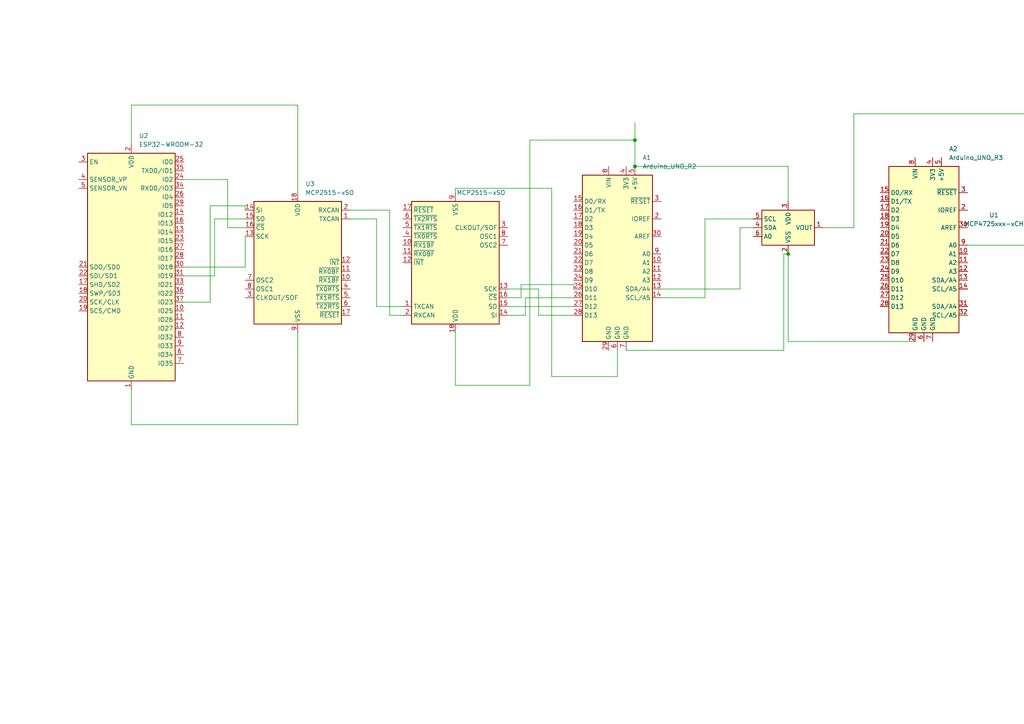
<source format=kicad_sch>
(kicad_sch (version 20230121) (generator eeschema)
  (paper "A4")
  (lib_symbols
    (symbol "Analog_DAC:MCP4725xxx-xCH"
      (property "Reference" "U" (at -6.35 6.35 0))
      (property "Value" "MCP4725xxx-xCH" (at 8.89 6.35 0))
      (symbol "MCP4725xxx-xCH_0_1"
        (rectangle (start -7.62 5.08) (end 7.62 -5.08) (stroke (width 0.254)) (fill (type background)))
      )
      (symbol "MCP4725xxx-xCH_1_1"
        (pin output line (at 10.16 0 180) (length 2.54) (name "VOUT") (number "1"))
        (pin power_in line (at 0 -7.62 90) (length 2.54) (name "VSS") (number "2"))
        (pin power_in line (at 0 7.62 270) (length 2.54) (name "VDD") (number "3"))
        (pin bidirectional line (at -10.16 0 0) (length 2.54) (name "SDA") (number "4"))
        (pin input line (at -10.16 2.54 0) (length 2.54) (name "SCL") (number "5"))
        (pin input line (at -10.16 -2.54 0) (length 2.54) (name "A0") (number "6"))
      )
    )
    (symbol "Interface_CAN_LIN:MCP2515-xSO"
      (property "Reference" "U" (at -10.16 19.685 0))
      (property "Value" "MCP2515-xSO" (at 19.05 20.32 0))
      (symbol "MCP2515-xSO_0_1"
        (rectangle (start -12.7 17.78) (end 12.7 -17.78) (stroke (width 0.254)) (fill (type background)))
      )
      (symbol "MCP2515-xSO_1_1"
        (pin output line (at 15.24 12.7 180) (length 2.54) (name "TXCAN") (number "1"))
        (pin output line (at 15.24 -5.08 180) (length 2.54) (name "~{RX1BF}") (number "10"))
        (pin output line (at 15.24 -2.54 180) (length 2.54) (name "~{RX0BF}") (number "11"))
        (pin output line (at 15.24 0 180) (length 2.54) (name "~{INT}") (number "12"))
        (pin input line (at -15.24 7.62 0) (length 2.54) (name "SCK") (number "13"))
        (pin input line (at -15.24 15.24 0) (length 2.54) (name "SI") (number "14"))
        (pin output line (at -15.24 12.7 0) (length 2.54) (name "SO") (number "15"))
        (pin input line (at -15.24 10.16 0) (length 2.54) (name "~{CS}") (number "16"))
        (pin input line (at 15.24 -15.24 180) (length 2.54) (name "~{RESET}") (number "17"))
        (pin power_in line (at 0 20.32 270) (length 2.54) (name "VDD") (number "18"))
        (pin input line (at 15.24 15.24 180) (length 2.54) (name "RXCAN") (number "2"))
        (pin output line (at -15.24 -10.16 0) (length 2.54) (name "CLKOUT/SOF") (number "3"))
        (pin input line (at 15.24 -7.62 180) (length 2.54) (name "~{TX0RTS}") (number "4"))
        (pin input line (at 15.24 -10.16 180) (length 2.54) (name "~{TX1RTS}") (number "5"))
        (pin input line (at 15.24 -12.7 180) (length 2.54) (name "~{TX2RTS}") (number "6"))
        (pin output line (at -15.24 -5.08 0) (length 2.54) (name "OSC2") (number "7"))
        (pin input line (at -15.24 -7.62 0) (length 2.54) (name "OSC1") (number "8"))
        (pin power_in line (at 0 -20.32 90) (length 2.54) (name "VSS") (number "9"))
      )
    )
    (symbol "MCU_Module:Arduino_UNO_R2"
      (property "Reference" "A" (at -10.16 23.495 0))
      (property "Value" "Arduino_UNO_R2" (at 5.08 -26.67 0))
      (symbol "Arduino_UNO_R2_0_1"
        (rectangle (start -10.16 22.86) (end 10.16 -25.4) (stroke (width 0.254)) (fill (type background)))
      )
      (symbol "Arduino_UNO_R2_1_1"
        (pin no_connect line (at -10.16 -20.32 0) (length 2.54) hide (name "NC") (number "1"))
        (pin bidirectional line (at 12.7 -2.54 180) (length 2.54) (name "A1") (number "10"))
        (pin bidirectional line (at 12.7 -5.08 180) (length 2.54) (name "A2") (number "11"))
        (pin bidirectional line (at 12.7 -7.62 180) (length 2.54) (name "A3") (number "12"))
        (pin bidirectional line (at 12.7 -10.16 180) (length 2.54) (name "SDA/A4") (number "13"))
        (pin bidirectional line (at 12.7 -12.7 180) (length 2.54) (name "SCL/A5") (number "14"))
        (pin bidirectional line (at -12.7 15.24 0) (length 2.54) (name "D0/RX") (number "15"))
        (pin bidirectional line (at -12.7 12.7 0) (length 2.54) (name "D1/TX") (number "16"))
        (pin bidirectional line (at -12.7 10.16 0) (length 2.54) (name "D2") (number "17"))
        (pin bidirectional line (at -12.7 7.62 0) (length 2.54) (name "D3") (number "18"))
        (pin bidirectional line (at -12.7 5.08 0) (length 2.54) (name "D4") (number "19"))
        (pin output line (at 12.7 10.16 180) (length 2.54) (name "IOREF") (number "2"))
        (pin bidirectional line (at -12.7 2.54 0) (length 2.54) (name "D5") (number "20"))
        (pin bidirectional line (at -12.7 0 0) (length 2.54) (name "D6") (number "21"))
        (pin bidirectional line (at -12.7 -2.54 0) (length 2.54) (name "D7") (number "22"))
        (pin bidirectional line (at -12.7 -5.08 0) (length 2.54) (name "D8") (number "23"))
        (pin bidirectional line (at -12.7 -7.62 0) (length 2.54) (name "D9") (number "24"))
        (pin bidirectional line (at -12.7 -10.16 0) (length 2.54) (name "D10") (number "25"))
        (pin bidirectional line (at -12.7 -12.7 0) (length 2.54) (name "D11") (number "26"))
        (pin bidirectional line (at -12.7 -15.24 0) (length 2.54) (name "D12") (number "27"))
        (pin bidirectional line (at -12.7 -17.78 0) (length 2.54) (name "D13") (number "28"))
        (pin power_in line (at -2.54 -27.94 90) (length 2.54) (name "GND") (number "29"))
        (pin input line (at 12.7 15.24 180) (length 2.54) (name "~{RESET}") (number "3"))
        (pin input line (at 12.7 5.08 180) (length 2.54) (name "AREF") (number "30"))
        (pin power_out line (at 2.54 25.4 270) (length 2.54) (name "3V3") (number "4"))
        (pin power_out line (at 5.08 25.4 270) (length 2.54) (name "+5V") (number "5"))
        (pin power_in line (at 0 -27.94 90) (length 2.54) (name "GND") (number "6"))
        (pin power_in line (at 2.54 -27.94 90) (length 2.54) (name "GND") (number "7"))
        (pin power_in line (at -2.54 25.4 270) (length 2.54) (name "VIN") (number "8"))
        (pin bidirectional line (at 12.7 0 180) (length 2.54) (name "A0") (number "9"))
      )
    )
    (symbol "MCU_Module:Arduino_UNO_R3"
      (property "Reference" "A" (at -10.16 23.495 0))
      (property "Value" "Arduino_UNO_R3" (at 5.08 -26.67 0))
      (symbol "Arduino_UNO_R3_0_1"
        (rectangle (start -10.16 22.86) (end 10.16 -25.4) (stroke (width 0.254)) (fill (type background)))
      )
      (symbol "Arduino_UNO_R3_1_1"
        (pin no_connect line (at -10.16 -20.32 0) (length 2.54) hide (name "NC") (number "1"))
        (pin bidirectional line (at 12.7 -2.54 180) (length 2.54) (name "A1") (number "10"))
        (pin bidirectional line (at 12.7 -5.08 180) (length 2.54) (name "A2") (number "11"))
        (pin bidirectional line (at 12.7 -7.62 180) (length 2.54) (name "A3") (number "12"))
        (pin bidirectional line (at 12.7 -10.16 180) (length 2.54) (name "SDA/A4") (number "13"))
        (pin bidirectional line (at 12.7 -12.7 180) (length 2.54) (name "SCL/A5") (number "14"))
        (pin bidirectional line (at -12.7 15.24 0) (length 2.54) (name "D0/RX") (number "15"))
        (pin bidirectional line (at -12.7 12.7 0) (length 2.54) (name "D1/TX") (number "16"))
        (pin bidirectional line (at -12.7 10.16 0) (length 2.54) (name "D2") (number "17"))
        (pin bidirectional line (at -12.7 7.62 0) (length 2.54) (name "D3") (number "18"))
        (pin bidirectional line (at -12.7 5.08 0) (length 2.54) (name "D4") (number "19"))
        (pin output line (at 12.7 10.16 180) (length 2.54) (name "IOREF") (number "2"))
        (pin bidirectional line (at -12.7 2.54 0) (length 2.54) (name "D5") (number "20"))
        (pin bidirectional line (at -12.7 0 0) (length 2.54) (name "D6") (number "21"))
        (pin bidirectional line (at -12.7 -2.54 0) (length 2.54) (name "D7") (number "22"))
        (pin bidirectional line (at -12.7 -5.08 0) (length 2.54) (name "D8") (number "23"))
        (pin bidirectional line (at -12.7 -7.62 0) (length 2.54) (name "D9") (number "24"))
        (pin bidirectional line (at -12.7 -10.16 0) (length 2.54) (name "D10") (number "25"))
        (pin bidirectional line (at -12.7 -12.7 0) (length 2.54) (name "D11") (number "26"))
        (pin bidirectional line (at -12.7 -15.24 0) (length 2.54) (name "D12") (number "27"))
        (pin bidirectional line (at -12.7 -17.78 0) (length 2.54) (name "D13") (number "28"))
        (pin power_in line (at -2.54 -27.94 90) (length 2.54) (name "GND") (number "29"))
        (pin input line (at 12.7 15.24 180) (length 2.54) (name "~{RESET}") (number "3"))
        (pin input line (at 12.7 5.08 180) (length 2.54) (name "AREF") (number "30"))
        (pin bidirectional line (at 12.7 -17.78 180) (length 2.54) (name "SDA/A4") (number "31"))
        (pin bidirectional line (at 12.7 -20.32 180) (length 2.54) (name "SCL/A5") (number "32"))
        (pin power_out line (at 2.54 25.4 270) (length 2.54) (name "3V3") (number "4"))
        (pin power_out line (at 5.08 25.4 270) (length 2.54) (name "+5V") (number "5"))
        (pin power_in line (at 0 -27.94 90) (length 2.54) (name "GND") (number "6"))
        (pin power_in line (at 2.54 -27.94 90) (length 2.54) (name "GND") (number "7"))
        (pin power_in line (at -2.54 25.4 270) (length 2.54) (name "VIN") (number "8"))
        (pin bidirectional line (at 12.7 0 180) (length 2.54) (name "A0") (number "9"))
      )
    )
    (symbol "RF_Module:ESP32-WROOM-32"
      (property "Reference" "U" (at -12.7 34.29 0))
      (property "Value" "ESP32-WROOM-32" (at 1.27 34.29 0))
      (symbol "ESP32-WROOM-32_0_1"
        (rectangle (start -12.7 33.02) (end 12.7 -33.02) (stroke (width 0.254)) (fill (type background)))
      )
      (symbol "ESP32-WROOM-32_1_1"
        (pin power_in line (at 0 -35.56 90) (length 2.54) (name "GND") (number "1"))
        (pin bidirectional line (at 15.24 -12.7 180) (length 2.54) (name "IO25") (number "10"))
        (pin bidirectional line (at 15.24 -15.24 180) (length 2.54) (name "IO26") (number "11"))
        (pin bidirectional line (at 15.24 -17.78 180) (length 2.54) (name "IO27") (number "12"))
        (pin bidirectional line (at 15.24 10.16 180) (length 2.54) (name "IO14") (number "13"))
        (pin bidirectional line (at 15.24 15.24 180) (length 2.54) (name "IO12") (number "14"))
        (pin passive line (at 0 -35.56 90) (length 2.54) hide (name "GND") (number "15"))
        (pin bidirectional line (at 15.24 12.7 180) (length 2.54) (name "IO13") (number "16"))
        (pin bidirectional line (at -15.24 -5.08 0) (length 2.54) (name "SHD/SD2") (number "17"))
        (pin bidirectional line (at -15.24 -7.62 0) (length 2.54) (name "SWP/SD3") (number "18"))
        (pin bidirectional line (at -15.24 -12.7 0) (length 2.54) (name "SCS/CMD") (number "19"))
        (pin power_in line (at 0 35.56 270) (length 2.54) (name "VDD") (number "2"))
        (pin bidirectional line (at -15.24 -10.16 0) (length 2.54) (name "SCK/CLK") (number "20"))
        (pin bidirectional line (at -15.24 0 0) (length 2.54) (name "SDO/SD0") (number "21"))
        (pin bidirectional line (at -15.24 -2.54 0) (length 2.54) (name "SDI/SD1") (number "22"))
        (pin bidirectional line (at 15.24 7.62 180) (length 2.54) (name "IO15") (number "23"))
        (pin bidirectional line (at 15.24 25.4 180) (length 2.54) (name "IO2") (number "24"))
        (pin bidirectional line (at 15.24 30.48 180) (length 2.54) (name "IO0") (number "25"))
        (pin bidirectional line (at 15.24 20.32 180) (length 2.54) (name "IO4") (number "26"))
        (pin bidirectional line (at 15.24 5.08 180) (length 2.54) (name "IO16") (number "27"))
        (pin bidirectional line (at 15.24 2.54 180) (length 2.54) (name "IO17") (number "28"))
        (pin bidirectional line (at 15.24 17.78 180) (length 2.54) (name "IO5") (number "29"))
        (pin input line (at -15.24 30.48 0) (length 2.54) (name "EN") (number "3"))
        (pin bidirectional line (at 15.24 0 180) (length 2.54) (name "IO18") (number "30"))
        (pin bidirectional line (at 15.24 -2.54 180) (length 2.54) (name "IO19") (number "31"))
        (pin no_connect line (at -12.7 -27.94 0) (length 2.54) hide (name "NC") (number "32"))
        (pin bidirectional line (at 15.24 -5.08 180) (length 2.54) (name "IO21") (number "33"))
        (pin bidirectional line (at 15.24 22.86 180) (length 2.54) (name "RXD0/IO3") (number "34"))
        (pin bidirectional line (at 15.24 27.94 180) (length 2.54) (name "TXD0/IO1") (number "35"))
        (pin bidirectional line (at 15.24 -7.62 180) (length 2.54) (name "IO22") (number "36"))
        (pin bidirectional line (at 15.24 -10.16 180) (length 2.54) (name "IO23") (number "37"))
        (pin passive line (at 0 -35.56 90) (length 2.54) hide (name "GND") (number "38"))
        (pin passive line (at 0 -35.56 90) (length 2.54) hide (name "GND") (number "39"))
        (pin input line (at -15.24 25.4 0) (length 2.54) (name "SENSOR_VP") (number "4"))
        (pin input line (at -15.24 22.86 0) (length 2.54) (name "SENSOR_VN") (number "5"))
        (pin input line (at 15.24 -25.4 180) (length 2.54) (name "IO34") (number "6"))
        (pin input line (at 15.24 -27.94 180) (length 2.54) (name "IO35") (number "7"))
        (pin bidirectional line (at 15.24 -20.32 180) (length 2.54) (name "IO32") (number "8"))
        (pin bidirectional line (at 15.24 -22.86 180) (length 2.54) (name "IO33") (number "9"))
      )
    )
  )
  (junction (at 184.15 48.26))
  (junction (at 184.15 40.64))
  (junction (at 228.6 73.66))
  (wire (pts (xy 53.34 52.07) (xy 66.04 52.07)))
  (wire (pts (xy 38.1 123.19) (xy 86.36 123.19)))
  (wire (pts (xy 214.63 66.04) (xy 218.44 66.04)))
  (wire (pts (xy 227.33 101.6) (xy 227.33 73.66)))
  (wire (pts (xy 53.34 77.47) (xy 71.12 77.47)))
  (wire (pts (xy 247.65 33.02) (xy 302.26 33.02)))
  (wire (pts (xy 132.08 111.76) (xy 153.67 111.76)))
  (wire (pts (xy 132.08 55.88) (xy 132.08 54.61)))
  (wire (pts (xy 184.15 40.64) (xy 184.15 48.26)))
  (wire (pts (xy 116.84 88.9) (xy 109.22 88.9)))
  (wire (pts (xy 60.96 59.69) (xy 71.12 59.69)))
  (wire (pts (xy 109.22 88.9) (xy 109.22 63.5)))
  (wire (pts (xy 247.65 66.04) (xy 247.65 33.02)))
  (wire (pts (xy 71.12 77.47) (xy 71.12 68.58)))
  (wire (pts (xy 71.12 59.69) (xy 71.12 60.96)))
  (wire (pts (xy 62.23 80.01) (xy 62.23 63.5)))
  (wire (pts (xy 238.76 66.04) (xy 247.65 66.04)))
  (wire (pts (xy 166.37 82.55) (xy 166.37 83.82)))
  (wire (pts (xy 86.36 123.19) (xy 86.36 96.52)))
  (wire (pts (xy 151.13 82.55) (xy 166.37 82.55)))
  (wire (pts (xy 204.47 63.5) (xy 218.44 63.5)))
  (wire (pts (xy 38.1 41.91) (xy 38.1 30.48)))
  (wire (pts (xy 66.04 52.07) (xy 66.04 66.04)))
  (wire (pts (xy 214.63 83.82) (xy 214.63 66.04)))
  (wire (pts (xy 179.07 109.22) (xy 179.07 101.6)))
  (wire (pts (xy 156.21 91.44) (xy 156.21 83.82)))
  (wire (pts (xy 147.32 88.9) (xy 166.37 88.9)))
  (wire (pts (xy 53.34 87.63) (xy 60.96 87.63)))
  (wire (pts (xy 184.15 35.56) (xy 184.15 40.64)))
  (wire (pts (xy 113.03 60.96) (xy 101.6 60.96)))
  (wire (pts (xy 191.77 83.82) (xy 214.63 83.82)))
  (wire (pts (xy 53.34 80.01) (xy 62.23 80.01)))
  (wire (pts (xy 302.26 71.12) (xy 280.67 71.12)))
  (wire (pts (xy 151.13 86.36) (xy 151.13 82.55)))
  (wire (pts (xy 184.15 48.26) (xy 228.6 48.26)))
  (wire (pts (xy 109.22 63.5) (xy 101.6 63.5)))
  (wire (pts (xy 204.47 86.36) (xy 204.47 63.5)))
  (wire (pts (xy 227.33 73.66) (xy 228.6 73.66)))
  (wire (pts (xy 132.08 96.52) (xy 132.08 111.76)))
  (wire (pts (xy 166.37 86.36) (xy 152.4 86.36)))
  (wire (pts (xy 156.21 83.82) (xy 147.32 83.82)))
  (wire (pts (xy 38.1 113.03) (xy 38.1 123.19)))
  (wire (pts (xy 66.04 66.04) (xy 71.12 66.04)))
  (wire (pts (xy 228.6 48.26) (xy 228.6 58.42)))
  (wire (pts (xy 132.08 54.61) (xy 160.02 54.61)))
  (wire (pts (xy 152.4 86.36) (xy 152.4 91.44)))
  (wire (pts (xy 113.03 91.44) (xy 113.03 60.96)))
  (wire (pts (xy 265.43 99.06) (xy 228.6 99.06)))
  (wire (pts (xy 116.84 91.44) (xy 113.03 91.44)))
  (wire (pts (xy 86.36 30.48) (xy 86.36 55.88)))
  (wire (pts (xy 60.96 87.63) (xy 60.96 59.69)))
  (wire (pts (xy 153.67 111.76) (xy 153.67 40.64)))
  (wire (pts (xy 153.67 40.64) (xy 184.15 40.64)))
  (wire (pts (xy 38.1 30.48) (xy 86.36 30.48)))
  (wire (pts (xy 62.23 63.5) (xy 71.12 63.5)))
  (wire (pts (xy 147.32 86.36) (xy 151.13 86.36)))
  (wire (pts (xy 166.37 91.44) (xy 156.21 91.44)))
  (wire (pts (xy 152.4 91.44) (xy 147.32 91.44)))
  (wire (pts (xy 160.02 54.61) (xy 160.02 109.22)))
  (wire (pts (xy 302.26 33.02) (xy 302.26 71.12)))
  (wire (pts (xy 228.6 73.66) (xy 228.6 99.06)))
  (wire (pts (xy 160.02 109.22) (xy 179.07 109.22)))
  (wire (pts (xy 191.77 86.36) (xy 204.47 86.36)))
  (wire (pts (xy 228.6 72.39) (xy 228.6 73.66)))
  (wire (pts (xy 181.61 101.6) (xy 227.33 101.6)))
  (symbol (lib_id "MCU_Module:Arduino_UNO_R2") (at 179.07 73.66 0) (unit 1)
    (property "Reference" "A1" (at 186.3441 45.72 0) (effects (justify left)))
    (property "Value" "Arduino_UNO_R2" (at 186.3441 48.26 0) (effects (justify left)))
    (property "Footprint" "Module:Arduino_UNO_R2" (effects hide))
    (property "Datasheet" "https://www.arduino.cc/en/Main/arduinoBoardUno" (effects hide))
  )
  (symbol (lib_id "RF_Module:ESP32-WROOM-32") (at 38.1 77.47 0) (unit 1)
    (property "Reference" "U2" (at 40.2941 39.37 0) (effects (justify left)))
    (property "Value" "ESP32-WROOM-32" (at 40.2941 41.91 0) (effects (justify left)))
    (property "Footprint" "RF_Module:ESP32-WROOM-32" (effects hide))
    (property "Datasheet" "https://www.espressif.com/sites/default/files/documentation/esp32-wroom-32_datasheet_en.pdf" (effects hide))
  )
  (symbol (lib_id "Analog_DAC:MCP4725xxx-xCH") (at 228.6 66.04 0) (unit 1)
    (property "Reference" "U1" (at 288.29 62.3921 0))
    (property "Value" "MCP4725xxx-xCH" (at 288.29 64.9321 0))
    (property "Footprint" "Package_TO_SOT_SMD:SOT-23-6" (effects hide))
    (property "Datasheet" "http://ww1.microchip.com/downloads/en/DeviceDoc/22039d.pdf" (effects hide))
  )
  (symbol (lib_id "Interface_CAN_LIN:MCP2515-xSO") (at 132.08 76.2 180) (unit 1)
    (property "Reference" "U4" (effects hide))
    (property "Value" "MCP2515-xSO" (at 132.4259 55.88 0) (effects (justify right)))
    (property "Footprint" "Package_SO:SOIC-18W_7.5x11.6mm_P1.27mm" (effects hide))
    (property "Datasheet" "http://ww1.microchip.com/downloads/en/DeviceDoc/21801e.pdf" (effects hide))
  )
  (symbol (lib_id "MCU_Module:Arduino_UNO_R3") (at 267.97 71.12 0) (unit 1)
    (property "Reference" "A2" (at 275.2441 43.18 0) (effects (justify left)))
    (property "Value" "Arduino_UNO_R3" (at 275.2441 45.72 0) (effects (justify left)))
    (property "Footprint" "Module:Arduino_UNO_R3" (effects hide))
    (property "Datasheet" "https://www.arduino.cc/en/Main/arduinoBoardUno" (effects hide))
  )
  (symbol (lib_id "Interface_CAN_LIN:MCP2515-xSO") (at 86.36 76.2 0) (unit 1)
    (property "Reference" "U3" (at 88.5541 53.34 0) (effects (justify left)))
    (property "Value" "MCP2515-xSO" (at 88.5541 55.88 0) (effects (justify left)))
    (property "Footprint" "Package_SO:SOIC-18W_7.5x11.6mm_P1.27mm" (effects hide))
    (property "Datasheet" "http://ww1.microchip.com/downloads/en/DeviceDoc/21801e.pdf" (effects hide))
  )
)
</source>
